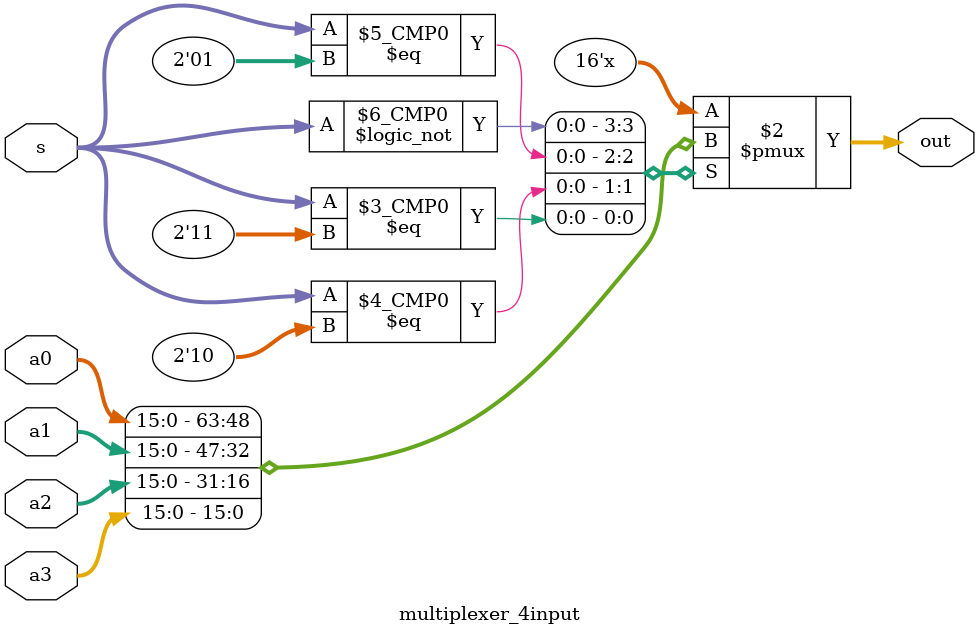
<source format=v>
module datapath (clk, readnum, vsel, loada, loadb, shift, asel, bsel, ALUop, loadc, loads, writenum, write, status_out, datapath_out, sximm5, mdata, sximm8, PC);
    input clk;
    input [2:0] readnum;
    input [1:0] vsel;
    input loada;
    input loadb;
    input [1:0] shift;
    input asel;
    input bsel;
    input [1:0] ALUop;
    input loadc;
    input loads; 
    input [2:0] writenum;
    input write;
    input [15:0] mdata;
    input [15:0] sximm8;
    input [8:0] PC;
    input [15:0] sximm5;
    output [2:0] status_out;
    output [15:0] datapath_out;
    wire [15:0] data_out_regfile;
    wire [15:0] data_out_RA;
    wire [15:0] data_out_RB;
    wire [15:0] data_out_shifter;
    wire [15:0] Ain;
    wire [15:0] Bin;
    wire [2:0] status_in;
    wire [15:0] ALU_out;
    wire [15:0] data_into_regfile;

    // Regfile instantiation
    regfile REGFILE (.data_in(data_into_regfile), .writenum(writenum), .write(write), .readnum(readnum), .clk(clk), .data_out(data_out_regfile));

    // Enable-registers A, B, C, and Status instantiation
    reg_load_enable #(16) RA (clk, data_out_regfile, loada, data_out_RA);
    reg_load_enable #(16) RB (clk, data_out_regfile, loadb, data_out_RB);
    reg_load_enable #(16) RC (clk, ALU_out, loadc, datapath_out);
    reg_load_enable #(3) RStatus (clk, status_in, loads, status_out);

    // Shifter instantiation
    shifter SHIFTER_UNIT (data_out_RB, shift, data_out_shifter);

    // Source operand multiplexor instantiations
    multiplexer_2input #(16) Mux_A (16'b0, data_out_RA, asel, Ain);
    multiplexer_2input #(16) Mux_B (sximm5, data_out_shifter, bsel, Bin);

    // ALU instantiation
    ALU ALU_UNIT (Ain, Bin, ALUop, ALU_out, status_in);

    // Multiplexor used for reg file input 
    multiplexer_4input #(16) Mux_regfile_input (mdata, sximm8, {{7{PC[8]}}, PC}, datapath_out, vsel, data_into_regfile);
endmodule

module multiplexer_4input(a3, a2, a1, a0, s, out); 
    parameter k = 16;
    input [k-1:0] a3, a2, a1, a0;
    input [1:0] s; 
    output reg [k-1:0] out;

    always @(*) begin
        case(s)
            2'b00: out = a0;
            2'b01: out = a1;
            2'b10: out = a2;
            2'b11: out = a3;
            default: out = {k{1'bx}};
        endcase
    end
endmodule



</source>
